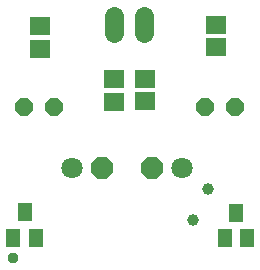
<source format=gbr>
G04 EAGLE Gerber RS-274X export*
G75*
%MOMM*%
%FSLAX34Y34*%
%LPD*%
%INSoldermask Top*%
%IPPOS*%
%AMOC8*
5,1,8,0,0,1.08239X$1,22.5*%
G01*
%ADD10P,1.951982X8X22.500000*%
%ADD11C,1.803400*%
%ADD12P,1.951982X8X202.500000*%
%ADD13P,1.649562X8X202.500000*%
%ADD14P,1.649562X8X22.500000*%
%ADD15R,1.703200X1.503200*%
%ADD16C,1.625600*%
%ADD17R,1.203200X1.603200*%
%ADD18C,0.959600*%
%ADD19C,1.003200*%


D10*
X104140Y92202D03*
D11*
X78740Y92202D03*
D12*
X146558Y92710D03*
D11*
X171958Y92710D03*
D13*
X63754Y144526D03*
X38354Y144526D03*
D14*
X191770Y144272D03*
X217170Y144272D03*
D15*
X52324Y212700D03*
X52324Y193700D03*
X114300Y167742D03*
X114300Y148742D03*
X140462Y167996D03*
X140462Y148996D03*
X200660Y213716D03*
X200660Y194716D03*
D16*
X114554Y207010D02*
X114554Y221234D01*
X139954Y221234D02*
X139954Y207010D01*
D17*
X217678Y54942D03*
X227178Y32942D03*
X208178Y32942D03*
X38862Y55704D03*
X48362Y33704D03*
X29362Y33704D03*
D18*
X29210Y16510D03*
D19*
X181610Y48260D03*
X194310Y74930D03*
M02*

</source>
